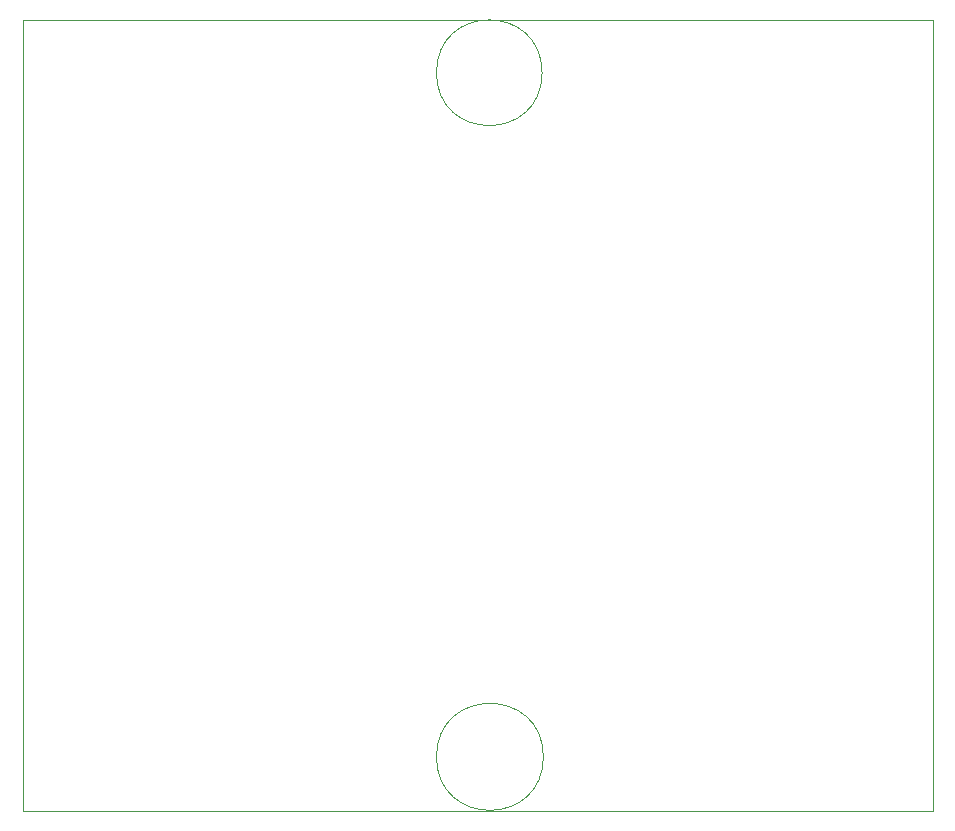
<source format=gbr>
G04 #@! TF.GenerationSoftware,KiCad,Pcbnew,5.1.4-e60b266~84~ubuntu18.04.1*
G04 #@! TF.CreationDate,2019-11-08T12:52:39-03:00*
G04 #@! TF.ProjectId,DriverConSensor,44726976-6572-4436-9f6e-53656e736f72,Ribelotta-Perren*
G04 #@! TF.SameCoordinates,Original*
G04 #@! TF.FileFunction,Profile,NP*
%FSLAX46Y46*%
G04 Gerber Fmt 4.6, Leading zero omitted, Abs format (unit mm)*
G04 Created by KiCad (PCBNEW 5.1.4-e60b266~84~ubuntu18.04.1) date 2019-11-08 12:52:39*
%MOMM*%
%LPD*%
G04 APERTURE LIST*
%ADD10C,0.050000*%
G04 APERTURE END LIST*
D10*
X156944271Y-67500000D02*
G75*
G03X156944271Y-67500000I-4472136J0D01*
G01*
X157055385Y-125422308D02*
G75*
G03X157055385Y-125422308I-4527693J0D01*
G01*
X113000000Y-63000000D02*
X113000000Y-130000000D01*
X190000000Y-63000000D02*
X113000000Y-63000000D01*
X190000000Y-130000000D02*
X190000000Y-63000000D01*
X113000000Y-130000000D02*
X190000000Y-130000000D01*
M02*

</source>
